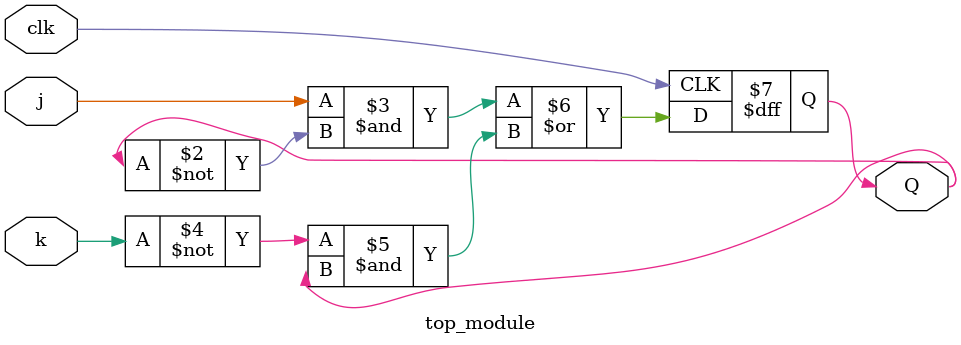
<source format=v>
module top_module (
    input clk,
    input j,
    input k,
    output Q); 
    always@(posedge clk)begin
        Q = (j&~Q)|(~k&Q);
    end
endmodule

</source>
